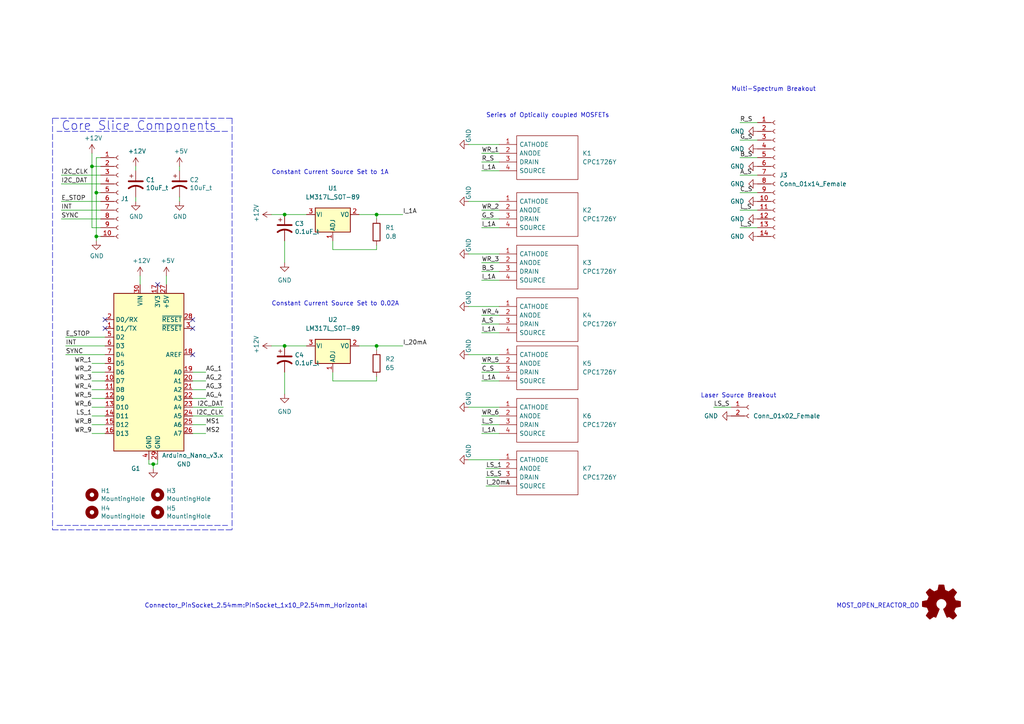
<source format=kicad_sch>
(kicad_sch (version 20211123) (generator eeschema)
  (paper "A4")
  (lib_symbols
    (symbol "BREAD_Slice-rescue:10uF_t-OCI_UPL_2_Capacitors" (pin_numbers hide) (pin_names (offset 0.254) hide)
      (property "Reference" "C" (at 0.635 2.54 0))
      (property "Value" "BREAD_Slice-rescue_10uF_t-OCI_UPL_2_Capacitors" (at 0.635 -2.54 0))
      (symbol "10uF_t-OCI_UPL_2_Capacitors_0_1"
        (polyline (pts (xy -2.032 0.762) (xy 2.032 0.762)) (stroke (width 0.508)))
        (polyline (pts (xy -1.778 2.286) (xy -0.762 2.286)))
        (polyline (pts (xy -1.27 1.778) (xy -1.27 2.794)))
        (arc (start 2.032 -1.27) (mid 0 -0.5572) (end -2.032 -1.27) (stroke (width 0.508)))
      )
      (symbol "10uF_t-OCI_UPL_2_Capacitors_1_1"
        (pin passive line (at 0 3.81 270) (length 2.794) (name "~") (number "1"))
        (pin passive line (at 0 -3.81 90) (length 3.302) (name "~") (number "2"))
      )
    )
    (symbol "CPC1726Y:CPC1726Y" (pin_names (offset 0.762))
      (property "Reference" "K" (at 24.13 7.62 0))
      (property "Value" "CPC1726Y" (at 24.13 5.08 0))
      (symbol "CPC1726Y_0_0"
        (pin passive line (at 0 0 0) (length 5.08) (name "CATHODE") (number "1"))
        (pin passive line (at 0 -2.54 0) (length 5.08) (name "ANODE") (number "2"))
        (pin passive line (at 0 -5.08 0) (length 5.08) (name "DRAIN") (number "3"))
        (pin passive line (at 0 -7.62 0) (length 5.08) (name "SOURCE") (number "4"))
      )
      (symbol "CPC1726Y_0_1"
        (polyline (pts (xy 5.08 2.54) (xy 22.86 2.54) (xy 22.86 -10.16) (xy 5.08 -10.16) (xy 5.08 2.54)) (stroke (width 0.1524)))
      )
    )
    (symbol "Connector:Conn_01x02_Female" (pin_names (offset 1.016) hide)
      (property "Reference" "J" (at 0 2.54 0))
      (property "Value" "Conn_01x02_Female" (at 0 -5.08 0))
      (symbol "Conn_01x02_Female_1_1"
        (arc (start 0 -2.032) (mid -0.508 -2.54) (end 0 -3.048) (stroke (width 0.1524)))
        (polyline (pts (xy -1.27 -2.54) (xy -0.508 -2.54)) (stroke (width 0.1524)))
        (polyline (pts (xy -1.27 0) (xy -0.508 0)) (stroke (width 0.1524)))
        (arc (start 0 0.508) (mid -0.508 0) (end 0 -0.508) (stroke (width 0.1524)))
        (pin passive line (at -5.08 0 0) (length 3.81) (name "Pin_1") (number "1"))
        (pin passive line (at -5.08 -2.54 0) (length 3.81) (name "Pin_2") (number "2"))
      )
    )
    (symbol "Connector:Conn_01x10_Female" (pin_names (offset 1.016) hide)
      (property "Reference" "J" (at 0 12.7 0))
      (property "Value" "Conn_01x10_Female" (at 0 -15.24 0))
      (symbol "Conn_01x10_Female_1_1"
        (arc (start 0 -12.192) (mid -0.508 -12.7) (end 0 -13.208) (stroke (width 0.1524)))
        (arc (start 0 -9.652) (mid -0.508 -10.16) (end 0 -10.668) (stroke (width 0.1524)))
        (arc (start 0 -7.112) (mid -0.508 -7.62) (end 0 -8.128) (stroke (width 0.1524)))
        (arc (start 0 -4.572) (mid -0.508 -5.08) (end 0 -5.588) (stroke (width 0.1524)))
        (arc (start 0 -2.032) (mid -0.508 -2.54) (end 0 -3.048) (stroke (width 0.1524)))
        (polyline (pts (xy -1.27 -12.7) (xy -0.508 -12.7)) (stroke (width 0.1524)))
        (polyline (pts (xy -1.27 -10.16) (xy -0.508 -10.16)) (stroke (width 0.1524)))
        (polyline (pts (xy -1.27 -7.62) (xy -0.508 -7.62)) (stroke (width 0.1524)))
        (polyline (pts (xy -1.27 -5.08) (xy -0.508 -5.08)) (stroke (width 0.1524)))
        (polyline (pts (xy -1.27 -2.54) (xy -0.508 -2.54)) (stroke (width 0.1524)))
        (polyline (pts (xy -1.27 0) (xy -0.508 0)) (stroke (width 0.1524)))
        (polyline (pts (xy -1.27 2.54) (xy -0.508 2.54)) (stroke (width 0.1524)))
        (polyline (pts (xy -1.27 5.08) (xy -0.508 5.08)) (stroke (width 0.1524)))
        (polyline (pts (xy -1.27 7.62) (xy -0.508 7.62)) (stroke (width 0.1524)))
        (polyline (pts (xy -1.27 10.16) (xy -0.508 10.16)) (stroke (width 0.1524)))
        (arc (start 0 0.508) (mid -0.508 0) (end 0 -0.508) (stroke (width 0.1524)))
        (arc (start 0 3.048) (mid -0.508 2.54) (end 0 2.032) (stroke (width 0.1524)))
        (arc (start 0 5.588) (mid -0.508 5.08) (end 0 4.572) (stroke (width 0.1524)))
        (arc (start 0 8.128) (mid -0.508 7.62) (end 0 7.112) (stroke (width 0.1524)))
        (arc (start 0 10.668) (mid -0.508 10.16) (end 0 9.652) (stroke (width 0.1524)))
        (pin passive line (at -5.08 10.16 0) (length 3.81) (name "Pin_1") (number "1"))
        (pin passive line (at -5.08 -12.7 0) (length 3.81) (name "Pin_10") (number "10"))
        (pin passive line (at -5.08 7.62 0) (length 3.81) (name "Pin_2") (number "2"))
        (pin passive line (at -5.08 5.08 0) (length 3.81) (name "Pin_3") (number "3"))
        (pin passive line (at -5.08 2.54 0) (length 3.81) (name "Pin_4") (number "4"))
        (pin passive line (at -5.08 0 0) (length 3.81) (name "Pin_5") (number "5"))
        (pin passive line (at -5.08 -2.54 0) (length 3.81) (name "Pin_6") (number "6"))
        (pin passive line (at -5.08 -5.08 0) (length 3.81) (name "Pin_7") (number "7"))
        (pin passive line (at -5.08 -7.62 0) (length 3.81) (name "Pin_8") (number "8"))
        (pin passive line (at -5.08 -10.16 0) (length 3.81) (name "Pin_9") (number "9"))
      )
    )
    (symbol "Connector:Conn_01x14_Female" (pin_names (offset 1.016) hide)
      (property "Reference" "J" (at 0 17.78 0))
      (property "Value" "Conn_01x14_Female" (at 0 -20.32 0))
      (symbol "Conn_01x14_Female_1_1"
        (arc (start 0 -17.272) (mid -0.508 -17.78) (end 0 -18.288) (stroke (width 0.1524)))
        (arc (start 0 -14.732) (mid -0.508 -15.24) (end 0 -15.748) (stroke (width 0.1524)))
        (arc (start 0 -12.192) (mid -0.508 -12.7) (end 0 -13.208) (stroke (width 0.1524)))
        (arc (start 0 -9.652) (mid -0.508 -10.16) (end 0 -10.668) (stroke (width 0.1524)))
        (arc (start 0 -7.112) (mid -0.508 -7.62) (end 0 -8.128) (stroke (width 0.1524)))
        (arc (start 0 -4.572) (mid -0.508 -5.08) (end 0 -5.588) (stroke (width 0.1524)))
        (arc (start 0 -2.032) (mid -0.508 -2.54) (end 0 -3.048) (stroke (width 0.1524)))
        (polyline (pts (xy -1.27 -17.78) (xy -0.508 -17.78)) (stroke (width 0.1524)))
        (polyline (pts (xy -1.27 -15.24) (xy -0.508 -15.24)) (stroke (width 0.1524)))
        (polyline (pts (xy -1.27 -12.7) (xy -0.508 -12.7)) (stroke (width 0.1524)))
        (polyline (pts (xy -1.27 -10.16) (xy -0.508 -10.16)) (stroke (width 0.1524)))
        (polyline (pts (xy -1.27 -7.62) (xy -0.508 -7.62)) (stroke (width 0.1524)))
        (polyline (pts (xy -1.27 -5.08) (xy -0.508 -5.08)) (stroke (width 0.1524)))
        (polyline (pts (xy -1.27 -2.54) (xy -0.508 -2.54)) (stroke (width 0.1524)))
        (polyline (pts (xy -1.27 0) (xy -0.508 0)) (stroke (width 0.1524)))
        (polyline (pts (xy -1.27 2.54) (xy -0.508 2.54)) (stroke (width 0.1524)))
        (polyline (pts (xy -1.27 5.08) (xy -0.508 5.08)) (stroke (width 0.1524)))
        (polyline (pts (xy -1.27 7.62) (xy -0.508 7.62)) (stroke (width 0.1524)))
        (polyline (pts (xy -1.27 10.16) (xy -0.508 10.16)) (stroke (width 0.1524)))
        (polyline (pts (xy -1.27 12.7) (xy -0.508 12.7)) (stroke (width 0.1524)))
        (polyline (pts (xy -1.27 15.24) (xy -0.508 15.24)) (stroke (width 0.1524)))
        (arc (start 0 0.508) (mid -0.508 0) (end 0 -0.508) (stroke (width 0.1524)))
        (arc (start 0 3.048) (mid -0.508 2.54) (end 0 2.032) (stroke (width 0.1524)))
        (arc (start 0 5.588) (mid -0.508 5.08) (end 0 4.572) (stroke (width 0.1524)))
        (arc (start 0 8.128) (mid -0.508 7.62) (end 0 7.112) (stroke (width 0.1524)))
        (arc (start 0 10.668) (mid -0.508 10.16) (end 0 9.652) (stroke (width 0.1524)))
        (arc (start 0 13.208) (mid -0.508 12.7) (end 0 12.192) (stroke (width 0.1524)))
        (arc (start 0 15.748) (mid -0.508 15.24) (end 0 14.732) (stroke (width 0.1524)))
        (pin passive line (at -5.08 15.24 0) (length 3.81) (name "Pin_1") (number "1"))
        (pin passive line (at -5.08 -7.62 0) (length 3.81) (name "Pin_10") (number "10"))
        (pin passive line (at -5.08 -10.16 0) (length 3.81) (name "Pin_11") (number "11"))
        (pin passive line (at -5.08 -12.7 0) (length 3.81) (name "Pin_12") (number "12"))
        (pin passive line (at -5.08 -15.24 0) (length 3.81) (name "Pin_13") (number "13"))
        (pin passive line (at -5.08 -17.78 0) (length 3.81) (name "Pin_14") (number "14"))
        (pin passive line (at -5.08 12.7 0) (length 3.81) (name "Pin_2") (number "2"))
        (pin passive line (at -5.08 10.16 0) (length 3.81) (name "Pin_3") (number "3"))
        (pin passive line (at -5.08 7.62 0) (length 3.81) (name "Pin_4") (number "4"))
        (pin passive line (at -5.08 5.08 0) (length 3.81) (name "Pin_5") (number "5"))
        (pin passive line (at -5.08 2.54 0) (length 3.81) (name "Pin_6") (number "6"))
        (pin passive line (at -5.08 0 0) (length 3.81) (name "Pin_7") (number "7"))
        (pin passive line (at -5.08 -2.54 0) (length 3.81) (name "Pin_8") (number "8"))
        (pin passive line (at -5.08 -5.08 0) (length 3.81) (name "Pin_9") (number "9"))
      )
    )
    (symbol "Device:R" (pin_numbers hide) (pin_names (offset 0))
      (property "Reference" "R" (at 2.032 0 90))
      (property "Value" "R" (at 0 0 90))
      (symbol "R_0_1"
        (rectangle (start -1.016 -2.54) (end 1.016 2.54) (stroke (width 0.254)))
      )
      (symbol "R_1_1"
        (pin passive line (at 0 3.81 270) (length 1.27) (name "~") (number "1"))
        (pin passive line (at 0 -3.81 90) (length 1.27) (name "~") (number "2"))
      )
    )
    (symbol "Graphic:Logo_Open_Hardware_Small" (pin_names (offset 1.016))
      (symbol "Logo_Open_Hardware_Small_0_1"
        (polyline (pts (xy 3.3528 -4.3434) (xy 3.302 -4.318) (xy 3.175 -4.2418) (xy 2.9972 -4.1148) (xy 2.7686 -3.9624) (xy 2.54 -3.81) (xy 2.3622 -3.7084) (xy 2.2352 -3.6068) (xy 2.1844 -3.5814) (xy 2.159 -3.6068) (xy 2.0574 -3.6576) (xy 1.905 -3.7338) (xy 1.8034 -3.7846) (xy 1.6764 -3.8354) (xy 1.6002 -3.8354) (xy 1.6002 -3.8354) (xy 1.5494 -3.7338) (xy 1.4732 -3.5306) (xy 1.3462 -3.302) (xy 1.2446 -3.0226) (xy 1.1176 -2.7178) (xy 0.9652 -2.413) (xy 0.8636 -2.1082) (xy 0.7366 -1.8288) (xy 0.6604 -1.6256) (xy 0.6096 -1.4732) (xy 0.5842 -1.397) (xy 0.5842 -1.397) (xy 0.6604 -1.3208) (xy 0.7874 -1.2446) (xy 1.0414 -1.016) (xy 1.2954 -0.6858) (xy 1.4478 -0.3302) (xy 1.524 0.0762) (xy 1.4732 0.4572) (xy 1.3208 0.8128) (xy 1.0668 1.143) (xy 0.762 1.3716) (xy 0.4064 1.524) (xy 0 1.5748) (xy -0.381 1.5494) (xy -0.7366 1.397) (xy -1.0668 1.143) (xy -1.2192 0.9906) (xy -1.397 0.6604) (xy -1.524 0.3048) (xy -1.524 0.2286) (xy -1.4986 -0.1778) (xy -1.397 -0.5334) (xy -1.1938 -0.8636) (xy -0.9144 -1.143) (xy -0.8636 -1.1684) (xy -0.7366 -1.27) (xy -0.635 -1.3462) (xy -0.5842 -1.397) (xy -1.0668 -2.5908) (xy -1.143 -2.794) (xy -1.2954 -3.1242) (xy -1.397 -3.4036) (xy -1.4986 -3.6322) (xy -1.5748 -3.7846) (xy -1.6002 -3.8354) (xy -1.6002 -3.8354) (xy -1.651 -3.8354) (xy -1.7272 -3.81) (xy -1.905 -3.7338) (xy -2.0066 -3.683) (xy -2.1336 -3.6068) (xy -2.2098 -3.5814) (xy -2.2606 -3.6068) (xy -2.3622 -3.683) (xy -2.54 -3.81) (xy -2.7686 -3.9624) (xy -2.9718 -4.0894) (xy -3.1496 -4.2164) (xy -3.302 -4.318) (xy -3.3528 -4.3434) (xy -3.3782 -4.3434) (xy -3.429 -4.318) (xy -3.5306 -4.2164) (xy -3.7084 -4.064) (xy -3.937 -3.8354) (xy -3.9624 -3.81) (xy -4.1656 -3.6068) (xy -4.318 -3.4544) (xy -4.4196 -3.3274) (xy -4.445 -3.2766) (xy -4.445 -3.2766) (xy -4.4196 -3.2258) (xy -4.318 -3.0734) (xy -4.2164 -2.8956) (xy -4.064 -2.667) (xy -3.6576 -2.0828) (xy -3.8862 -1.5494) (xy -3.937 -1.3716) (xy -4.0386 -1.1684) (xy -4.0894 -1.0414) (xy -4.1148 -0.9652) (xy -4.191 -0.9398) (xy -4.318 -0.9144) (xy -4.5466 -0.8636) (xy -4.8006 -0.8128) (xy -5.0546 -0.7874) (xy -5.2578 -0.7366) (xy -5.4356 -0.7112) (xy -5.5118 -0.6858) (xy -5.5118 -0.6858) (xy -5.5372 -0.635) (xy -5.5372 -0.5588) (xy -5.5372 -0.4318) (xy -5.5626 -0.2286) (xy -5.5626 0.0762) (xy -5.5626 0.127) (xy -5.5372 0.4064) (xy -5.5372 0.635) (xy -5.5372 0.762) (xy -5.5372 0.8382) (xy -5.5372 0.8382) (xy -5.461 0.8382) (xy -5.3086 0.889) (xy -5.08 0.9144) (xy -4.826 0.9652) (xy -4.8006 0.9906) (xy -4.5466 1.0414) (xy -4.318 1.0668) (xy -4.1656 1.1176) (xy -4.0894 1.143) (xy -4.0894 1.143) (xy -4.0386 1.2446) (xy -3.9624 1.4224) (xy -3.8608 1.6256) (xy -3.7846 1.8288) (xy -3.7084 2.0066) (xy -3.6576 2.159) (xy -3.6322 2.2098) (xy -3.6322 2.2098) (xy -3.683 2.286) (xy -3.7592 2.413) (xy -3.8862 2.5908) (xy -4.064 2.8194) (xy -4.064 2.8448) (xy -4.2164 3.0734) (xy -4.3434 3.2512) (xy -4.4196 3.3782) (xy -4.445 3.4544) (xy -4.445 3.4544) (xy -4.3942 3.5052) (xy -4.2926 3.6322) (xy -4.1148 3.81) (xy -3.937 4.0132) (xy -3.8608 4.064) (xy -3.6576 4.2926) (xy -3.5052 4.4196) (xy -3.4036 4.4958) (xy -3.3528 4.5212) (xy -3.3528 4.5212) (xy -3.302 4.4704) (xy -3.1496 4.3688) (xy -2.9718 4.2418) (xy -2.7432 4.0894) (xy -2.7178 4.0894) (xy -2.4892 3.937) (xy -2.3114 3.81) (xy -2.1844 3.7084) (xy -2.1336 3.683) (xy -2.1082 3.683) (xy -2.032 3.7084) (xy -1.8542 3.7592) (xy -1.6764 3.8354) (xy -1.4732 3.937) (xy -1.27 4.0132) (xy -1.143 4.064) (xy -1.0668 4.1148) (xy -1.0668 4.1148) (xy -1.0414 4.191) (xy -1.016 4.3434) (xy -0.9652 4.572) (xy -0.9144 4.8514) (xy -0.889 4.9022) (xy -0.8382 5.1562) (xy -0.8128 5.3848) (xy -0.7874 5.5372) (xy -0.762 5.588) (xy -0.7112 5.6134) (xy -0.5842 5.6134) (xy -0.4064 5.6134) (xy -0.1524 5.6134) (xy 0.0762 5.6134) (xy 0.3302 5.6134) (xy 0.5334 5.6134) (xy 0.6858 5.588) (xy 0.7366 5.588) (xy 0.7366 5.588) (xy 0.762 5.5118) (xy 0.8128 5.334) (xy 0.8382 5.1054) (xy 0.9144 4.826) (xy 0.9144 4.7752) (xy 0.9652 4.5212) (xy 1.016 4.2926) (xy 1.0414 4.1402) (xy 1.0668 4.0894) (xy 1.0668 4.0894) (xy 1.1938 4.0386) (xy 1.3716 3.9624) (xy 1.5748 3.8608) (xy 2.0828 3.6576) (xy 2.7178 4.0894) (xy 2.7686 4.1402) (xy 2.9972 4.2926) (xy 3.175 4.4196) (xy 3.302 4.4958) (xy 3.3782 4.5212) (xy 3.3782 4.5212) (xy 3.429 4.4704) (xy 3.556 4.3434) (xy 3.7338 4.191) (xy 3.9116 3.9878) (xy 4.064 3.8354) (xy 4.2418 3.6576) (xy 4.3434 3.556) (xy 4.4196 3.4798) (xy 4.4196 3.429) (xy 4.4196 3.4036) (xy 4.3942 3.3274) (xy 4.2926 3.2004) (xy 4.1656 2.9972) (xy 4.0132 2.794) (xy 3.8862 2.5908) (xy 3.7592 2.3876) (xy 3.6576 2.2352) (xy 3.6322 2.159) (xy 3.6322 2.1336) (xy 3.683 2.0066) (xy 3.7592 1.8288) (xy 3.8608 1.6002) (xy 4.064 1.1176) (xy 4.3942 1.0414) (xy 4.5974 1.016) (xy 4.8768 0.9652) (xy 5.1308 0.9144) (xy 5.5372 0.8382) (xy 5.5626 -0.6604) (xy 5.4864 -0.6858) (xy 5.4356 -0.6858) (xy 5.2832 -0.7366) (xy 5.0546 -0.762) (xy 4.8006 -0.8128) (xy 4.5974 -0.8636) (xy 4.3688 -0.9144) (xy 4.2164 -0.9398) (xy 4.1402 -0.9398) (xy 4.1148 -0.9652) (xy 4.064 -1.0668) (xy 3.9878 -1.2446) (xy 3.9116 -1.4478) (xy 3.81 -1.651) (xy 3.7338 -1.8542) (xy 3.683 -2.0066) (xy 3.6576 -2.0828) (xy 3.683 -2.1336) (xy 3.7846 -2.2606) (xy 3.8862 -2.4638) (xy 4.0386 -2.667) (xy 4.191 -2.8956) (xy 4.318 -3.0734) (xy 4.3942 -3.2004) (xy 4.445 -3.2766) (xy 4.4196 -3.3274) (xy 4.3434 -3.429) (xy 4.1656 -3.5814) (xy 3.937 -3.8354) (xy 3.8862 -3.8608) (xy 3.683 -4.064) (xy 3.5306 -4.2164) (xy 3.4036 -4.318) (xy 3.3528 -4.3434)) (fill (type outline)))
      )
    )
    (symbol "MCU_Module:Arduino_Nano_v3.x"
      (property "Reference" "A" (at -10.16 23.495 0))
      (property "Value" "Arduino_Nano_v3.x" (at 5.08 -24.13 0))
      (symbol "Arduino_Nano_v3.x_0_1"
        (rectangle (start -10.16 22.86) (end 10.16 -22.86) (stroke (width 0.254)) (fill (type background)))
      )
      (symbol "Arduino_Nano_v3.x_1_1"
        (pin bidirectional line (at -12.7 12.7 0) (length 2.54) (name "D1/TX") (number "1"))
        (pin bidirectional line (at -12.7 -2.54 0) (length 2.54) (name "D7") (number "10"))
        (pin bidirectional line (at -12.7 -5.08 0) (length 2.54) (name "D8") (number "11"))
        (pin bidirectional line (at -12.7 -7.62 0) (length 2.54) (name "D9") (number "12"))
        (pin bidirectional line (at -12.7 -10.16 0) (length 2.54) (name "D10") (number "13"))
        (pin bidirectional line (at -12.7 -12.7 0) (length 2.54) (name "D11") (number "14"))
        (pin bidirectional line (at -12.7 -15.24 0) (length 2.54) (name "D12") (number "15"))
        (pin bidirectional line (at -12.7 -17.78 0) (length 2.54) (name "D13") (number "16"))
        (pin power_out line (at 2.54 25.4 270) (length 2.54) (name "3V3") (number "17"))
        (pin input line (at 12.7 5.08 180) (length 2.54) (name "AREF") (number "18"))
        (pin bidirectional line (at 12.7 0 180) (length 2.54) (name "A0") (number "19"))
        (pin bidirectional line (at -12.7 15.24 0) (length 2.54) (name "D0/RX") (number "2"))
        (pin bidirectional line (at 12.7 -2.54 180) (length 2.54) (name "A1") (number "20"))
        (pin bidirectional line (at 12.7 -5.08 180) (length 2.54) (name "A2") (number "21"))
        (pin bidirectional line (at 12.7 -7.62 180) (length 2.54) (name "A3") (number "22"))
        (pin bidirectional line (at 12.7 -10.16 180) (length 2.54) (name "A4") (number "23"))
        (pin bidirectional line (at 12.7 -12.7 180) (length 2.54) (name "A5") (number "24"))
        (pin bidirectional line (at 12.7 -15.24 180) (length 2.54) (name "A6") (number "25"))
        (pin bidirectional line (at 12.7 -17.78 180) (length 2.54) (name "A7") (number "26"))
        (pin power_out line (at 5.08 25.4 270) (length 2.54) (name "+5V") (number "27"))
        (pin input line (at 12.7 15.24 180) (length 2.54) (name "~{RESET}") (number "28"))
        (pin power_in line (at 2.54 -25.4 90) (length 2.54) (name "GND") (number "29"))
        (pin input line (at 12.7 12.7 180) (length 2.54) (name "~{RESET}") (number "3"))
        (pin power_in line (at -2.54 25.4 270) (length 2.54) (name "VIN") (number "30"))
        (pin power_in line (at 0 -25.4 90) (length 2.54) (name "GND") (number "4"))
        (pin bidirectional line (at -12.7 10.16 0) (length 2.54) (name "D2") (number "5"))
        (pin bidirectional line (at -12.7 7.62 0) (length 2.54) (name "D3") (number "6"))
        (pin bidirectional line (at -12.7 5.08 0) (length 2.54) (name "D4") (number "7"))
        (pin bidirectional line (at -12.7 2.54 0) (length 2.54) (name "D5") (number "8"))
        (pin bidirectional line (at -12.7 0 0) (length 2.54) (name "D6") (number "9"))
      )
    )
    (symbol "Mechanical:MountingHole" (pin_names (offset 1.016))
      (property "Reference" "H" (at 0 5.08 0))
      (property "Value" "MountingHole" (at 0 3.175 0))
      (symbol "MountingHole_0_1"
        (circle (center 0 0) (radius 1.27) (stroke (width 1.27)))
      )
    )
    (symbol "Regulator_Linear:LM317L_SOT-89" (pin_names (offset 0.254))
      (property "Reference" "U" (at -3.81 3.175 0))
      (property "Value" "LM317L_SOT-89" (at 0 3.175 0))
      (symbol "LM317L_SOT-89_0_1"
        (rectangle (start -5.08 1.905) (end 5.08 -5.08) (stroke (width 0.254)) (fill (type background)))
      )
      (symbol "LM317L_SOT-89_1_1"
        (pin input line (at 0 -7.62 90) (length 2.54) (name "ADJ") (number "1"))
        (pin power_out line (at 7.62 0 180) (length 2.54) (name "VO") (number "2"))
        (pin power_in line (at -7.62 0 0) (length 2.54) (name "VI") (number "3"))
      )
    )
    (symbol "power:+12V" (power) (pin_names (offset 0))
      (property "Value" "+12V" (at 0 3.556 0))
      (symbol "+12V_0_1"
        (polyline (pts (xy -0.762 1.27) (xy 0 2.54)))
        (polyline (pts (xy 0 0) (xy 0 2.54)))
        (polyline (pts (xy 0 2.54) (xy 0.762 1.27)))
      )
      (symbol "+12V_1_1"
        (pin power_in line (at 0 0 90) (length 0) hide (name "+12V") (number "1"))
      )
    )
    (symbol "power:+5V" (power) (pin_names (offset 0))
      (property "Value" "+5V" (at 0 3.556 0))
      (symbol "+5V_0_1"
        (polyline (pts (xy -0.762 1.27) (xy 0 2.54)))
        (polyline (pts (xy 0 0) (xy 0 2.54)))
        (polyline (pts (xy 0 2.54) (xy 0.762 1.27)))
      )
      (symbol "+5V_1_1"
        (pin power_in line (at 0 0 90) (length 0) hide (name "+5V") (number "1"))
      )
    )
    (symbol "power:GND" (power) (pin_names (offset 0))
      (property "Value" "GND" (at 0 -3.81 0))
      (symbol "GND_0_1"
        (polyline (pts (xy 0 0) (xy 0 -1.27) (xy 1.27 -1.27) (xy 0 -2.54) (xy -1.27 -1.27) (xy 0 -1.27)))
      )
      (symbol "GND_1_1"
        (pin power_in line (at 0 0 270) (length 0) hide (name "GND") (number "1"))
      )
    )
  )
  (junction (at 109.22 100.33))
  (junction (at 44.45 134.62))
  (junction (at 82.55 62.23))
  (junction (at 26.67 48.26))
  (junction (at 27.94 68.58))
  (junction (at 109.22 62.23))
  (junction (at 82.55 100.33))
  (junction (at 27.94 55.88))
  (no_connect (at 30.48 92.71))
  (no_connect (at 55.88 92.71))
  (no_connect (at 30.48 95.25))
  (no_connect (at 55.88 95.25))
  (no_connect (at 45.72 82.55))
  (no_connect (at 55.88 102.87))
  (wire (pts (xy 144.78 120.65) (xy 139.7 120.65)))
  (wire (pts (xy 29.21 55.88) (xy 27.94 55.88)))
  (wire (pts (xy 104.14 62.23) (xy 109.22 62.23)))
  (wire (pts (xy 48.26 80.01) (xy 48.26 82.55)))
  (wire (pts (xy 144.78 76.2) (xy 139.7 76.2)))
  (wire (pts (xy 55.88 120.65) (xy 64.77 120.65)))
  (wire (pts (xy 27.94 45.72) (xy 29.21 45.72)))
  (wire (pts (xy 30.48 110.49) (xy 26.67 110.49)))
  (wire (pts (xy 214.63 50.8) (xy 219.71 50.8)))
  (wire (pts (xy 27.94 69.85) (xy 27.94 68.58)))
  (wire (pts (xy 52.07 49.53) (xy 52.07 48.26)))
  (wire (pts (xy 96.52 69.85) (xy 96.52 72.39)))
  (wire (pts (xy 17.78 60.96) (xy 29.21 60.96)))
  (wire (pts (xy 44.45 134.62) (xy 44.45 135.89)))
  (wire (pts (xy 140.97 138.43) (xy 144.78 138.43)))
  (wire (pts (xy 82.55 107.95) (xy 82.55 114.3)))
  (wire (pts (xy 214.63 35.56) (xy 219.71 35.56)))
  (wire (pts (xy 140.97 140.97) (xy 144.78 140.97)))
  (wire (pts (xy 27.94 55.88) (xy 27.94 45.72)))
  (wire (pts (xy 135.89 88.9) (xy 144.78 88.9)))
  (wire (pts (xy 27.94 68.58) (xy 27.94 55.88)))
  (wire (pts (xy 43.18 134.62) (xy 44.45 134.62)))
  (wire (pts (xy 135.89 102.87) (xy 144.78 102.87)))
  (wire (pts (xy 30.48 107.95) (xy 26.67 107.95)))
  (wire (pts (xy 109.22 63.5) (xy 109.22 62.23)))
  (wire (pts (xy 96.52 107.95) (xy 96.52 110.49)))
  (wire (pts (xy 55.88 125.73) (xy 59.69 125.73)))
  (wire (pts (xy 17.78 63.5) (xy 29.21 63.5)))
  (wire (pts (xy 214.63 66.04) (xy 219.71 66.04)))
  (wire (pts (xy 139.7 81.28) (xy 144.78 81.28)))
  (wire (pts (xy 78.74 62.23) (xy 82.55 62.23)))
  (wire (pts (xy 52.07 58.42) (xy 52.07 57.15)))
  (wire (pts (xy 109.22 101.6) (xy 109.22 100.33)))
  (wire (pts (xy 109.22 62.23) (xy 116.84 62.23)))
  (polyline (pts (xy 67.31 34.29) (xy 15.24 34.29)))
  (wire (pts (xy 19.05 100.33) (xy 30.48 100.33)))
  (wire (pts (xy 135.89 73.66) (xy 144.78 73.66)))
  (wire (pts (xy 139.7 93.98) (xy 144.78 93.98)))
  (wire (pts (xy 29.21 58.42) (xy 17.78 58.42)))
  (wire (pts (xy 82.55 69.85) (xy 82.55 76.2)))
  (wire (pts (xy 139.7 63.5) (xy 144.78 63.5)))
  (wire (pts (xy 109.22 72.39) (xy 96.52 72.39)))
  (wire (pts (xy 104.14 100.33) (xy 109.22 100.33)))
  (wire (pts (xy 30.48 123.19) (xy 26.67 123.19)))
  (wire (pts (xy 109.22 100.33) (xy 116.84 100.33)))
  (wire (pts (xy 135.89 41.91) (xy 144.78 41.91)))
  (wire (pts (xy 82.55 100.33) (xy 88.9 100.33)))
  (wire (pts (xy 45.72 134.62) (xy 45.72 133.35)))
  (wire (pts (xy 30.48 115.57) (xy 26.67 115.57)))
  (wire (pts (xy 139.7 107.95) (xy 144.78 107.95)))
  (wire (pts (xy 109.22 110.49) (xy 96.52 110.49)))
  (wire (pts (xy 30.48 113.03) (xy 26.67 113.03)))
  (wire (pts (xy 109.22 71.12) (xy 109.22 72.39)))
  (wire (pts (xy 140.97 135.89) (xy 144.78 135.89)))
  (wire (pts (xy 29.21 68.58) (xy 27.94 68.58)))
  (wire (pts (xy 144.78 44.45) (xy 139.7 44.45)))
  (wire (pts (xy 135.89 58.42) (xy 144.78 58.42)))
  (wire (pts (xy 82.55 62.23) (xy 88.9 62.23)))
  (wire (pts (xy 26.67 44.45) (xy 26.67 48.26)))
  (wire (pts (xy 55.88 110.49) (xy 59.69 110.49)))
  (wire (pts (xy 29.21 50.8) (xy 17.78 50.8)))
  (wire (pts (xy 40.64 80.01) (xy 40.64 82.55)))
  (wire (pts (xy 135.89 118.11) (xy 144.78 118.11)))
  (wire (pts (xy 214.63 45.72) (xy 219.71 45.72)))
  (wire (pts (xy 19.05 102.87) (xy 30.48 102.87)))
  (wire (pts (xy 109.22 109.22) (xy 109.22 110.49)))
  (polyline (pts (xy 66.04 38.1) (xy 16.51 38.1)))
  (polyline (pts (xy 15.24 34.29) (xy 15.24 153.67)))
  (wire (pts (xy 30.48 105.41) (xy 26.67 105.41)))
  (wire (pts (xy 17.78 53.34) (xy 29.21 53.34)))
  (wire (pts (xy 139.7 46.99) (xy 144.78 46.99)))
  (polyline (pts (xy 16.51 152.4) (xy 66.04 152.4)))
  (wire (pts (xy 135.89 133.35) (xy 144.78 133.35)))
  (wire (pts (xy 39.37 49.53) (xy 39.37 48.26)))
  (wire (pts (xy 139.7 110.49) (xy 144.78 110.49)))
  (wire (pts (xy 55.88 123.19) (xy 59.69 123.19)))
  (wire (pts (xy 30.48 125.73) (xy 26.67 125.73)))
  (wire (pts (xy 30.48 118.11) (xy 26.67 118.11)))
  (wire (pts (xy 139.7 49.53) (xy 144.78 49.53)))
  (wire (pts (xy 139.7 125.73) (xy 144.78 125.73)))
  (wire (pts (xy 214.63 55.88) (xy 219.71 55.88)))
  (wire (pts (xy 30.48 120.65) (xy 26.67 120.65)))
  (wire (pts (xy 144.78 105.41) (xy 139.7 105.41)))
  (wire (pts (xy 30.48 97.79) (xy 19.05 97.79)))
  (wire (pts (xy 44.45 134.62) (xy 45.72 134.62)))
  (wire (pts (xy 139.7 78.74) (xy 144.78 78.74)))
  (wire (pts (xy 64.77 118.11) (xy 55.88 118.11)))
  (wire (pts (xy 139.7 60.96) (xy 144.78 60.96)))
  (wire (pts (xy 144.78 91.44) (xy 139.7 91.44)))
  (wire (pts (xy 78.74 100.33) (xy 82.55 100.33)))
  (wire (pts (xy 43.18 133.35) (xy 43.18 134.62)))
  (wire (pts (xy 214.63 60.96) (xy 219.71 60.96)))
  (wire (pts (xy 139.7 123.19) (xy 144.78 123.19)))
  (wire (pts (xy 207.01 118.11) (xy 212.09 118.11)))
  (wire (pts (xy 55.88 115.57) (xy 59.69 115.57)))
  (wire (pts (xy 29.21 66.04) (xy 26.67 66.04)))
  (polyline (pts (xy 67.31 34.29) (xy 67.31 153.67)))
  (wire (pts (xy 26.67 48.26) (xy 29.21 48.26)))
  (wire (pts (xy 139.7 96.52) (xy 144.78 96.52)))
  (polyline (pts (xy 15.24 153.67) (xy 67.31 153.67)))
  (wire (pts (xy 139.7 66.04) (xy 144.78 66.04)))
  (wire (pts (xy 55.88 113.03) (xy 59.69 113.03)))
  (wire (pts (xy 26.67 66.04) (xy 26.67 48.26)))
  (wire (pts (xy 214.63 40.64) (xy 219.71 40.64)))
  (wire (pts (xy 55.88 107.95) (xy 59.69 107.95)))
  (wire (pts (xy 39.37 58.42) (xy 39.37 57.15)))
  (text "Series of Optically coupled MOSFETs" (at 140.97 34.29 0) (effects (font (size 1.27 1.27)) (justify left bottom)))
  (text "Multi-Spectrum Breakout" (at 212.09 26.67 0) (effects (font (size 1.27 1.27)) (justify left bottom)))
  (text "Core Slice Components" (at 17.78 38.1 0) (effects (font (size 2.54 2.54)) (justify left bottom)))
  (text "Constant Current Source Set to 0.02A\n" (at 78.74 88.9 0) (effects (font (size 1.27 1.27)) (justify left bottom)))
  (text "MOST_OPEN_REACTOR_OD" (at 242.57 176.53 0) (effects (font (size 1.27 1.27)) (justify left bottom)))
  (text "Constant Current Source Set to 1A\n" (at 78.74 50.8 0) (effects (font (size 1.27 1.27)) (justify left bottom)))
  (text "Laser Source Breakout" (at 203.2 115.57 0) (effects (font (size 1.27 1.27)) (justify left bottom)))
  (text "Connector_PinSocket_2.54mm:PinSocket_1x10_P2.54mm_Horizontal" (at 41.91 176.53 0) (effects (font (size 1.27 1.27)) (justify left bottom)))
  (label "I2C_DAT" (at 17.78 53.34 0))
  (label "G_S" (at 139.7 63.5 0))
  (label "LS_S" (at 207.01 118.11 0))
  (label "WR_5" (at 26.67 115.57 180))
  (label "INT" (at 17.78 60.96 0))
  (label "WR_6" (at 139.7 120.65 0))
  (label "C_S" (at 139.7 107.95 0))
  (label "R_S" (at 214.63 35.56 0))
  (label "WR_1" (at 139.7 44.45 0))
  (label "WR_5" (at 139.7 105.41 0))
  (label "E_STOP" (at 17.78 58.42 0))
  (label "L_S" (at 214.63 60.96 0))
  (label "G_S" (at 214.63 40.64 0))
  (label "A_S" (at 139.7 93.98 0))
  (label "I_1A" (at 139.7 110.49 0))
  (label "B_S" (at 139.7 78.74 0))
  (label "AG_2" (at 59.69 110.49 0))
  (label "I_1A" (at 116.84 62.23 0))
  (label "LS_1" (at 140.97 135.89 0))
  (label "I2C_DAT" (at 64.77 118.11 180))
  (label "WR_9" (at 26.67 125.73 180))
  (label "WR_4" (at 26.67 113.03 180))
  (label "WR_2" (at 26.67 107.95 180))
  (label "LS_S" (at 140.97 138.43 0))
  (label "I_1A" (at 139.7 125.73 0))
  (label "MS2" (at 59.69 125.73 0))
  (label "AG_3" (at 59.69 113.03 0))
  (label "C_S" (at 214.63 55.88 0))
  (label "E_STOP" (at 19.05 97.79 0))
  (label "INT" (at 19.05 100.33 0))
  (label "AG_4" (at 59.69 115.57 0))
  (label "I2C_CLK" (at 64.77 120.65 180))
  (label "WR_3" (at 139.7 76.2 0))
  (label "A_S" (at 214.63 50.8 0))
  (label "SYNC" (at 17.78 63.5 0))
  (label "I2C_CLK" (at 17.78 50.8 0))
  (label "SYNC" (at 19.05 102.87 0))
  (label "MS1" (at 59.69 123.19 0))
  (label "I_1A" (at 139.7 96.52 0))
  (label "WR_6" (at 26.67 118.11 180))
  (label "LS_1" (at 26.67 120.65 180))
  (label "L_S" (at 214.63 66.04 0))
  (label "WR_3" (at 26.67 110.49 180))
  (label "WR_4" (at 139.7 91.44 0))
  (label "B_S" (at 214.63 45.72 0))
  (label "L_S" (at 139.7 123.19 0))
  (label "AG_1" (at 59.69 107.95 0))
  (label "I_1A" (at 139.7 66.04 0))
  (label "I_20mA" (at 140.97 140.97 0))
  (label "WR_1" (at 26.67 105.41 180))
  (label "I_1A" (at 139.7 49.53 0))
  (label "WR_2" (at 139.7 60.96 0))
  (label "I_1A" (at 139.7 81.28 0))
  (label "WR_8" (at 26.67 123.19 180))
  (label "R_S" (at 139.7 46.99 0))
  (label "I_20mA" (at 116.84 100.33 0))
  (symbol (lib_id "CPC1726Y:CPC1726Y") (at 144.78 88.9 0) (unit 1)
    (property "Reference" "K4" (at 168.91 91.4399 0) (effects (justify left)))
    (property "Value" "CPC1726Y" (at 168.91 93.9799 0) (effects (justify left)))
    (property "Footprint" "CPC1226Y:CPC1726Y" (effects hide))
    (property "Datasheet" "https://www.mouser.com/datasheet/2/240/CPC1726-1546372.pdf" (effects hide))
    (property "Description" "Solid State Relays - PCB Mount 250V Single Pole DC Power Relay" (effects hide))
    (property "Height" "10.287" (effects hide))
    (property "Manufacturer_Name" "LITTELFUSE" (effects hide))
    (property "Manufacturer_Part_Number" "CPC1726Y" (effects hide))
    (property "Mouser Part Number" "849-CPC1726Y" (effects hide))
    (property "Mouser Price/Stock" "https://www.mouser.co.uk/ProductDetail/IXYS-Integrated-Circuits/CPC1726Y?qs=OpMkDkHXivNXAz9dUUmeNw%3D%3D" (effects hide))
  )
  (symbol (lib_id "power:GND") (at 135.89 88.9 270) (unit 1)
    (property "Reference" "#PWR0106" (effects hide))
    (property "Value" "GND" (at 135.89 86.36 0))
  )
  (symbol (lib_id "power:+5V") (at 48.26 80.01 0) (unit 1)
    (property "Reference" "#PWR0109" (effects hide))
    (property "Value" "+5V" (at 48.641 75.6158 0))
  )
  (symbol (lib_id "BREAD_Slice-rescue:10uF_t-OCI_UPL_2_Capacitors") (at 82.55 104.14 0) (unit 1)
    (property "Reference" "C4" (at 85.471 102.9716 0) (effects (justify left)))
    (property "Value" "0.1uF_t" (at 85.471 105.283 0) (effects (justify left)))
    (property "Footprint" "Capacitor_Tantalum_SMD:CP_EIA-3216-18_Kemet-A" (effects hide))
    (property "Datasheet" "https://www.digikey.com/short/qcd8n7" (effects hide))
    (property "Part #" "T491C106K025AT" (effects hide))
    (property "UPL #" "2.021" (effects hide))
  )
  (symbol (lib_id "CPC1726Y:CPC1726Y") (at 144.78 41.91 0) (unit 1)
    (property "Reference" "K1" (at 168.91 44.4499 0) (effects (justify left)))
    (property "Value" "CPC1726Y" (at 168.91 46.9899 0) (effects (justify left)))
    (property "Footprint" "CPC1226Y:CPC1726Y" (effects hide))
    (property "Datasheet" "https://www.mouser.com/datasheet/2/240/CPC1726-1546372.pdf" (effects hide))
    (property "Description" "Solid State Relays - PCB Mount 250V Single Pole DC Power Relay" (effects hide))
    (property "Height" "10.287" (effects hide))
    (property "Manufacturer_Name" "LITTELFUSE" (effects hide))
    (property "Manufacturer_Part_Number" "CPC1726Y" (effects hide))
    (property "Mouser Part Number" "849-CPC1726Y" (effects hide))
    (property "Mouser Price/Stock" "https://www.mouser.co.uk/ProductDetail/IXYS-Integrated-Circuits/CPC1726Y?qs=OpMkDkHXivNXAz9dUUmeNw%3D%3D" (effects hide))
  )
  (symbol (lib_id "Mechanical:MountingHole") (at 45.72 148.59 0) (unit 1)
    (property "Reference" "H5" (at 48.26 147.4216 0) (effects (justify left)))
    (property "Value" "MountingHole" (at 48.26 149.733 0) (effects (justify left)))
    (property "Footprint" "MountingHole:MountingHole_3.2mm_M3_DIN965_Pad" (effects hide))
  )
  (symbol (lib_id "power:GND") (at 135.89 102.87 270) (unit 1)
    (property "Reference" "#PWR0107" (effects hide))
    (property "Value" "GND" (at 135.89 100.33 0))
  )
  (symbol (lib_id "Mechanical:MountingHole") (at 45.72 143.51 0) (unit 1)
    (property "Reference" "H3" (at 48.26 142.3416 0) (effects (justify left)))
    (property "Value" "MountingHole" (at 48.26 144.653 0) (effects (justify left)))
    (property "Footprint" "MountingHole:MountingHole_3.2mm_M3_DIN965_Pad" (effects hide))
  )
  (symbol (lib_id "power:GND") (at 219.71 63.5 270) (unit 1)
    (property "Reference" "#PWR0123" (effects hide))
    (property "Value" "GND" (at 215.9 63.5001 90) (effects (justify right)))
  )
  (symbol (lib_id "Regulator_Linear:LM317L_SOT-89") (at 96.52 100.33 0) (unit 1)
    (property "Reference" "U2" (at 96.52 92.71 0))
    (property "Value" "LM317L_SOT-89" (at 96.52 95.25 0))
    (property "Footprint" "Package_TO_SOT_SMD:SOT-89-3" (effects hide))
    (property "Datasheet" "http://www.ti.com/lit/ds/symlink/lm317l.pdf" (effects hide))
  )
  (symbol (lib_id "CPC1726Y:CPC1726Y") (at 144.78 58.42 0) (unit 1)
    (property "Reference" "K2" (at 168.91 60.9599 0) (effects (justify left)))
    (property "Value" "CPC1726Y" (at 168.91 63.4999 0) (effects (justify left)))
    (property "Footprint" "CPC1226Y:CPC1726Y" (effects hide))
    (property "Datasheet" "https://www.mouser.com/datasheet/2/240/CPC1726-1546372.pdf" (effects hide))
    (property "Description" "Solid State Relays - PCB Mount 250V Single Pole DC Power Relay" (effects hide))
    (property "Height" "10.287" (effects hide))
    (property "Manufacturer_Name" "LITTELFUSE" (effects hide))
    (property "Manufacturer_Part_Number" "CPC1726Y" (effects hide))
    (property "Mouser Part Number" "849-CPC1726Y" (effects hide))
    (property "Mouser Price/Stock" "https://www.mouser.co.uk/ProductDetail/IXYS-Integrated-Circuits/CPC1726Y?qs=OpMkDkHXivNXAz9dUUmeNw%3D%3D" (effects hide))
  )
  (symbol (lib_id "Connector:Conn_01x14_Female") (at 224.79 50.8 0) (unit 1)
    (property "Reference" "J3" (at 226.06 50.7999 0) (effects (justify left)))
    (property "Value" "Conn_01x14_Female" (at 226.06 53.3399 0) (effects (justify left)))
    (property "Footprint" "Connector_PinSocket_2.54mm:PinSocket_1x14_P2.54mm_Horizontal" (effects hide))
  )
  (symbol (lib_id "CPC1726Y:CPC1726Y") (at 144.78 102.87 0) (unit 1)
    (property "Reference" "K5" (at 168.91 105.4099 0) (effects (justify left)))
    (property "Value" "CPC1726Y" (at 168.91 107.9499 0) (effects (justify left)))
    (property "Footprint" "CPC1226Y:CPC1726Y" (effects hide))
    (property "Datasheet" "https://www.mouser.com/datasheet/2/240/CPC1726-1546372.pdf" (effects hide))
    (property "Description" "Solid State Relays - PCB Mount 250V Single Pole DC Power Relay" (effects hide))
    (property "Height" "10.287" (effects hide))
    (property "Manufacturer_Name" "LITTELFUSE" (effects hide))
    (property "Manufacturer_Part_Number" "CPC1726Y" (effects hide))
    (property "Mouser Part Number" "849-CPC1726Y" (effects hide))
    (property "Mouser Price/Stock" "https://www.mouser.co.uk/ProductDetail/IXYS-Integrated-Circuits/CPC1726Y?qs=OpMkDkHXivNXAz9dUUmeNw%3D%3D" (effects hide))
  )
  (symbol (lib_id "Regulator_Linear:LM317L_SOT-89") (at 96.52 62.23 0) (unit 1)
    (property "Reference" "U1" (at 96.52 54.61 0))
    (property "Value" "LM317L_SOT-89" (at 96.52 57.15 0))
    (property "Footprint" "Package_TO_SOT_SMD:SOT-89-3" (effects hide))
    (property "Datasheet" "http://www.ti.com/lit/ds/symlink/lm317l.pdf" (effects hide))
  )
  (symbol (lib_id "power:GND") (at 135.89 41.91 270) (unit 1)
    (property "Reference" "#PWR0117" (effects hide))
    (property "Value" "GND" (at 135.89 39.37 0))
  )
  (symbol (lib_id "Connector:Conn_01x02_Female") (at 217.17 118.11 0) (unit 1)
    (property "Reference" "J2" (effects hide))
    (property "Value" "Conn_01x02_Female" (at 218.44 120.6499 0) (effects (justify left)))
    (property "Footprint" "Connector_PinSocket_2.54mm:PinSocket_1x02_P2.54mm_Vertical" (effects hide))
  )
  (symbol (lib_id "CPC1726Y:CPC1726Y") (at 144.78 118.11 0) (unit 1)
    (property "Reference" "K6" (at 168.91 120.6499 0) (effects (justify left)))
    (property "Value" "CPC1726Y" (at 168.91 123.1899 0) (effects (justify left)))
    (property "Footprint" "CPC1226Y:CPC1726Y" (effects hide))
    (property "Datasheet" "https://www.mouser.com/datasheet/2/240/CPC1726-1546372.pdf" (effects hide))
    (property "Description" "Solid State Relays - PCB Mount 250V Single Pole DC Power Relay" (effects hide))
    (property "Height" "10.287" (effects hide))
    (property "Manufacturer_Name" "LITTELFUSE" (effects hide))
    (property "Manufacturer_Part_Number" "CPC1726Y" (effects hide))
    (property "Mouser Part Number" "849-CPC1726Y" (effects hide))
    (property "Mouser Price/Stock" "https://www.mouser.co.uk/ProductDetail/IXYS-Integrated-Circuits/CPC1726Y?qs=OpMkDkHXivNXAz9dUUmeNw%3D%3D" (effects hide))
  )
  (symbol (lib_id "power:GND") (at 135.89 133.35 270) (unit 1)
    (property "Reference" "#PWR0104" (effects hide))
    (property "Value" "GND" (at 135.89 130.81 0))
  )
  (symbol (lib_id "MCU_Module:Arduino_Nano_v3.x") (at 43.18 107.95 0) (unit 1)
    (property "Reference" "G1" (at 39.37 135.89 0))
    (property "Value" "Arduino_Nano_v3.x" (at 55.88 132.08 0))
    (property "Footprint" "Module:Arduino_Nano" (effects hide))
    (property "Datasheet" "http://www.mouser.com/pdfdocs/Gravitech_Arduino_Nano3_0.pdf" (effects hide))
  )
  (symbol (lib_id "power:GND") (at 219.71 43.18 270) (unit 1)
    (property "Reference" "#PWR0121" (effects hide))
    (property "Value" "GND" (at 215.9 43.1801 90) (effects (justify right)))
  )
  (symbol (lib_id "Mechanical:MountingHole") (at 26.67 143.51 0) (unit 1)
    (property "Reference" "H1" (at 29.21 142.3416 0) (effects (justify left)))
    (property "Value" "MountingHole" (at 29.21 144.653 0) (effects (justify left)))
    (property "Footprint" "MountingHole:MountingHole_3.2mm_M3_DIN965_Pad" (effects hide))
  )
  (symbol (lib_id "power:GND") (at 219.71 68.58 270) (unit 1)
    (property "Reference" "#PWR0122" (effects hide))
    (property "Value" "GND" (at 215.9 68.5801 90) (effects (justify right)))
  )
  (symbol (lib_id "power:GND") (at 82.55 114.3 0) (unit 1)
    (property "Reference" "#PWR0126" (effects hide))
    (property "Value" "GND" (at 82.55 119.38 0))
  )
  (symbol (lib_id "power:GND") (at 135.89 58.42 270) (unit 1)
    (property "Reference" "#PWR0101" (effects hide))
    (property "Value" "GND" (at 135.89 55.88 0))
  )
  (symbol (lib_id "power:GND") (at 39.37 58.42 0) (unit 1)
    (property "Reference" "#PWR0113" (effects hide))
    (property "Value" "GND" (at 39.497 62.8142 0))
  )
  (symbol (lib_id "power:GND") (at 135.89 118.11 270) (unit 1)
    (property "Reference" "#PWR0105" (effects hide))
    (property "Value" "GND" (at 135.89 115.57 0))
  )
  (symbol (lib_id "power:GND") (at 82.55 76.2 0) (unit 1)
    (property "Reference" "#PWR0102" (effects hide))
    (property "Value" "GND" (at 82.55 81.28 0))
  )
  (symbol (lib_id "CPC1726Y:CPC1726Y") (at 144.78 73.66 0) (unit 1)
    (property "Reference" "K3" (at 168.91 76.1999 0) (effects (justify left)))
    (property "Value" "CPC1726Y" (at 168.91 78.7399 0) (effects (justify left)))
    (property "Footprint" "CPC1226Y:CPC1726Y" (effects hide))
    (property "Datasheet" "https://www.mouser.com/datasheet/2/240/CPC1726-1546372.pdf" (effects hide))
    (property "Description" "Solid State Relays - PCB Mount 250V Single Pole DC Power Relay" (effects hide))
    (property "Height" "10.287" (effects hide))
    (property "Manufacturer_Name" "LITTELFUSE" (effects hide))
    (property "Manufacturer_Part_Number" "CPC1726Y" (effects hide))
    (property "Mouser Part Number" "849-CPC1726Y" (effects hide))
    (property "Mouser Price/Stock" "https://www.mouser.co.uk/ProductDetail/IXYS-Integrated-Circuits/CPC1726Y?qs=OpMkDkHXivNXAz9dUUmeNw%3D%3D" (effects hide))
  )
  (symbol (lib_id "power:GND") (at 27.94 69.85 0) (unit 1)
    (property "Reference" "#PWR0111" (effects hide))
    (property "Value" "GND" (at 28.067 74.2442 0))
  )
  (symbol (lib_id "BREAD_Slice-rescue:10uF_t-OCI_UPL_2_Capacitors") (at 52.07 53.34 0) (unit 1)
    (property "Reference" "C2" (at 54.991 52.1716 0) (effects (justify left)))
    (property "Value" "10uF_t" (at 54.991 54.483 0) (effects (justify left)))
    (property "Footprint" "Capacitor_Tantalum_SMD:CP_EIA-3216-18_Kemet-A" (effects hide))
    (property "Datasheet" "https://www.digikey.com/short/qcd8n7" (effects hide))
    (property "Part #" "T491C106K025AT" (effects hide))
    (property "UPL #" "2.021" (effects hide))
  )
  (symbol (lib_id "power:GND") (at 219.71 58.42 270) (unit 1)
    (property "Reference" "#PWR0120" (effects hide))
    (property "Value" "GND" (at 215.9 58.4201 90) (effects (justify right)))
  )
  (symbol (lib_id "power:+12V") (at 40.64 80.01 0) (unit 1)
    (property "Reference" "#PWR0110" (effects hide))
    (property "Value" "+12V" (at 41.021 75.6158 0))
  )
  (symbol (lib_id "power:GND") (at 52.07 58.42 0) (unit 1)
    (property "Reference" "#PWR0112" (effects hide))
    (property "Value" "GND" (at 52.197 62.8142 0))
  )
  (symbol (lib_id "power:GND") (at 135.89 73.66 270) (unit 1)
    (property "Reference" "#PWR0108" (effects hide))
    (property "Value" "GND" (at 135.89 71.12 0))
  )
  (symbol (lib_id "BREAD_Slice-rescue:10uF_t-OCI_UPL_2_Capacitors") (at 39.37 53.34 0) (unit 1)
    (property "Reference" "C1" (at 42.291 52.1716 0) (effects (justify left)))
    (property "Value" "10uF_t" (at 42.291 54.483 0) (effects (justify left)))
    (property "Footprint" "Capacitor_Tantalum_SMD:CP_EIA-3216-18_Kemet-A" (effects hide))
    (property "Datasheet" "https://www.digikey.com/short/qcd8n7" (effects hide))
    (property "Part #" "T491C106K025AT" (effects hide))
    (property "UPL #" "2.021" (effects hide))
  )
  (symbol (lib_id "power:GND") (at 219.71 53.34 270) (unit 1)
    (property "Reference" "#PWR0125" (effects hide))
    (property "Value" "GND" (at 215.9 53.3401 90) (effects (justify right)))
  )
  (symbol (lib_id "Graphic:Logo_Open_Hardware_Small") (at 273.05 175.26 0) (unit 1)
    (property "Reference" "L1" (effects hide))
    (property "Value" "Logo_Open_Hardware_Small" (effects hide))
    (property "Footprint" "Symbol:OSHW-Symbol_6.7x6mm_SilkScreen" (effects hide))
  )
  (symbol (lib_id "CPC1726Y:CPC1726Y") (at 144.78 133.35 0) (unit 1)
    (property "Reference" "K7" (at 168.91 135.8899 0) (effects (justify left)))
    (property "Value" "CPC1726Y" (at 168.91 138.4299 0) (effects (justify left)))
    (property "Footprint" "CPC1226Y:CPC1726Y" (effects hide))
    (property "Datasheet" "https://www.mouser.com/datasheet/2/240/CPC1726-1546372.pdf" (effects hide))
    (property "Description" "Solid State Relays - PCB Mount 250V Single Pole DC Power Relay" (effects hide))
    (property "Height" "10.287" (effects hide))
    (property "Manufacturer_Name" "LITTELFUSE" (effects hide))
    (property "Manufacturer_Part_Number" "CPC1726Y" (effects hide))
    (property "Mouser Part Number" "849-CPC1726Y" (effects hide))
    (property "Mouser Price/Stock" "https://www.mouser.co.uk/ProductDetail/IXYS-Integrated-Circuits/CPC1726Y?qs=OpMkDkHXivNXAz9dUUmeNw%3D%3D" (effects hide))
  )
  (symbol (lib_id "power:+12V") (at 78.74 100.33 90) (unit 1)
    (property "Reference" "#PWR0127" (effects hide))
    (property "Value" "+12V" (at 74.3458 99.949 0))
  )
  (symbol (lib_id "Device:R") (at 109.22 67.31 0) (unit 1)
    (property "Reference" "R1" (at 111.76 66.0399 0) (effects (justify left)))
    (property "Value" "0.8" (at 111.76 68.5799 0) (effects (justify left)))
    (property "Footprint" "Resistor_SMD:R_1206_3216Metric" (effects hide))
  )
  (symbol (lib_id "power:GND") (at 219.71 38.1 270) (unit 1)
    (property "Reference" "#PWR0124" (effects hide))
    (property "Value" "GND" (at 215.9 38.0999 90) (effects (justify right)))
  )
  (symbol (lib_id "power:+12V") (at 26.67 44.45 0) (unit 1)
    (property "Reference" "#PWR0115" (effects hide))
    (property "Value" "+12V" (at 27.051 40.0558 0))
  )
  (symbol (lib_id "power:GND") (at 44.45 135.89 0) (unit 1)
    (property "Reference" "#PWR0118" (effects hide))
    (property "Value" "GND" (at 53.34 134.62 0))
  )
  (symbol (lib_id "power:+12V") (at 78.74 62.23 90) (unit 1)
    (property "Reference" "#PWR0103" (effects hide))
    (property "Value" "+12V" (at 74.3458 61.849 0))
  )
  (symbol (lib_id "power:GND") (at 219.71 48.26 270) (unit 1)
    (property "Reference" "#PWR0119" (effects hide))
    (property "Value" "GND" (at 215.9 48.2601 90) (effects (justify right)))
  )
  (symbol (lib_id "BREAD_Slice-rescue:10uF_t-OCI_UPL_2_Capacitors") (at 82.55 66.04 0) (unit 1)
    (property "Reference" "C3" (at 85.471 64.8716 0) (effects (justify left)))
    (property "Value" "0.1uF_t" (at 85.471 67.183 0) (effects (justify left)))
    (property "Footprint" "Capacitor_Tantalum_SMD:CP_EIA-3216-18_Kemet-A" (effects hide))
    (property "Datasheet" "https://www.digikey.com/short/qcd8n7" (effects hide))
    (property "Part #" "T491C106K025AT" (effects hide))
    (property "UPL #" "2.021" (effects hide))
  )
  (symbol (lib_id "power:GND") (at 212.09 120.65 270) (unit 1)
    (property "Reference" "#PWR0128" (effects hide))
    (property "Value" "GND" (at 208.28 120.6499 90) (effects (justify right)))
  )
  (symbol (lib_id "power:+12V") (at 39.37 48.26 0) (unit 1)
    (property "Reference" "#PWR0114" (effects hide))
    (property "Value" "+12V" (at 39.751 43.8658 0))
  )
  (symbol (lib_id "Mechanical:MountingHole") (at 26.67 148.59 0) (unit 1)
    (property "Reference" "H4" (at 29.21 147.4216 0) (effects (justify left)))
    (property "Value" "MountingHole" (at 29.21 149.733 0) (effects (justify left)))
    (property "Footprint" "MountingHole:MountingHole_3.2mm_M3_DIN965_Pad" (effects hide))
  )
  (symbol (lib_id "Connector:Conn_01x10_Female") (at 34.29 55.88 0) (unit 1)
    (property "Reference" "J1" (at 35.0012 57.658 0) (effects (justify left)))
    (property "Value" "Conn_01x10_Female" (effects hide))
    (property "Footprint" "Connector_PinSocket_2.54mm:PinSocket_1x10_P2.54mm_Horizontal" (effects hide))
  )
  (symbol (lib_id "Device:R") (at 109.22 105.41 0) (unit 1)
    (property "Reference" "R2" (at 111.76 104.1399 0) (effects (justify left)))
    (property "Value" "65" (at 111.76 106.6799 0) (effects (justify left)))
    (property "Footprint" "Resistor_SMD:R_1206_3216Metric" (effects hide))
  )
  (symbol (lib_id "power:+5V") (at 52.07 48.26 0) (unit 1)
    (property "Reference" "#PWR0116" (effects hide))
    (property "Value" "+5V" (at 52.451 43.8658 0))
  )
)
</source>
